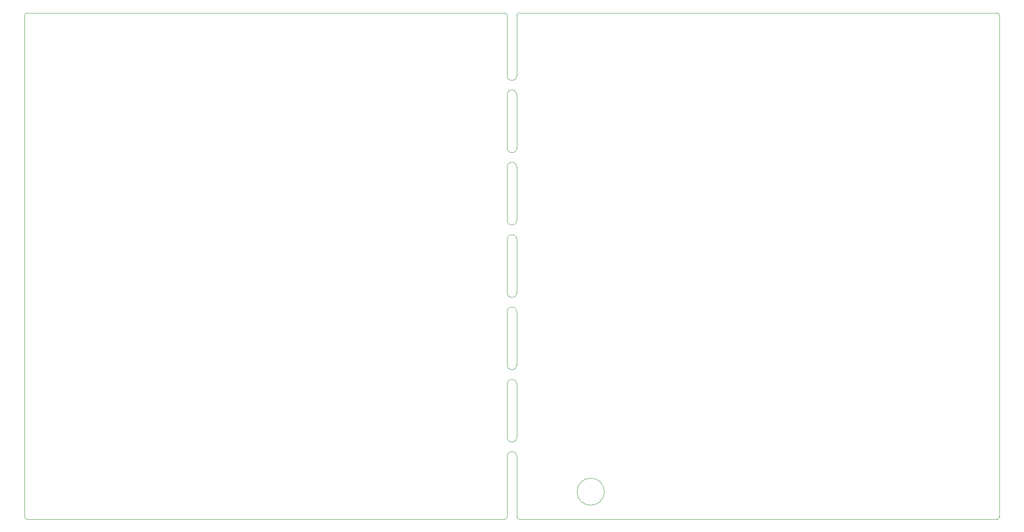
<source format=gm1>
%TF.GenerationSoftware,KiCad,Pcbnew,(6.0.6-0)*%
%TF.CreationDate,2022-10-16T09:48:13+01:00*%
%TF.ProjectId,magnum-drum-synth,6d61676e-756d-42d6-9472-756d2d73796e,r04*%
%TF.SameCoordinates,Original*%
%TF.FileFunction,Profile,NP*%
%FSLAX46Y46*%
G04 Gerber Fmt 4.6, Leading zero omitted, Abs format (unit mm)*
G04 Created by KiCad (PCBNEW (6.0.6-0)) date 2022-10-16 09:48:13*
%MOMM*%
%LPD*%
G01*
G04 APERTURE LIST*
%TA.AperFunction,Profile*%
%ADD10C,0.050000*%
%TD*%
G04 APERTURE END LIST*
D10*
X132000000Y-92000000D02*
X132000000Y-103000000D01*
X130000000Y-62000000D02*
X130000000Y-73000000D01*
X232000000Y-134500000D02*
X232000000Y-30500000D01*
X132000000Y-62000000D02*
X132000000Y-73000000D01*
X130000000Y-122000000D02*
X130000000Y-134500000D01*
X132000000Y-77000000D02*
X132000000Y-88000000D01*
X132000000Y-107000000D02*
X132000000Y-118000000D01*
X150114000Y-129286000D02*
G75*
G03*
X150114000Y-129286000I-2794000J0D01*
G01*
X132500000Y-135000000D02*
X231500000Y-135000000D01*
X30000000Y-134500000D02*
G75*
G03*
X30500000Y-135000000I500000J0D01*
G01*
X132000000Y-134500000D02*
G75*
G03*
X132500000Y-135000000I500000J0D01*
G01*
X132500000Y-30000000D02*
G75*
G03*
X132000000Y-30500000I0J-500000D01*
G01*
X130000000Y-92000000D02*
X130000000Y-103000000D01*
X30000000Y-30500000D02*
X30000000Y-134500000D01*
X30500000Y-135000000D02*
X129500000Y-135000000D01*
X132000000Y-122000000D02*
X132000000Y-134500000D01*
X231500000Y-30000000D02*
X132500000Y-30000000D01*
X132000000Y-30500000D02*
X132000000Y-43000000D01*
X130000000Y-43000000D02*
X130000000Y-30500000D01*
X232000000Y-30500000D02*
G75*
G03*
X231500000Y-30000000I-500000J0D01*
G01*
X132000000Y-47000000D02*
X132000000Y-58000000D01*
X130000000Y-47000000D02*
X130000000Y-58000000D01*
X130000000Y-107000000D02*
X130000000Y-118000000D01*
X130000000Y-77000000D02*
X130000000Y-88000000D01*
X129500000Y-135000000D02*
G75*
G03*
X130000000Y-134500000I0J500000D01*
G01*
X231500000Y-135000000D02*
G75*
G03*
X232000000Y-134500000I0J500000D01*
G01*
X30500000Y-30000000D02*
G75*
G03*
X30000000Y-30500000I0J-500000D01*
G01*
X129500000Y-30000000D02*
X30500000Y-30000000D01*
X130000000Y-30500000D02*
G75*
G03*
X129500000Y-30000000I-500000J0D01*
G01*
%TO.C,H3*%
X130000000Y-73000000D02*
G75*
G03*
X132000000Y-73000000I1000000J0D01*
G01*
X132000000Y-77000000D02*
G75*
G03*
X130000000Y-77000000I-1000000J0D01*
G01*
%TO.C,H6*%
X132000000Y-92000000D02*
G75*
G03*
X130000000Y-92000000I-1000000J0D01*
G01*
X130000000Y-88000000D02*
G75*
G03*
X132000000Y-88000000I1000000J0D01*
G01*
%TO.C,H5*%
X131999992Y-121999989D02*
G75*
G03*
X129999992Y-121999989I-1000000J0D01*
G01*
X129999992Y-117999989D02*
G75*
G03*
X131999992Y-117999989I1000000J0D01*
G01*
%TO.C,H4*%
X130000000Y-58000000D02*
G75*
G03*
X132000000Y-58000000I1000000J0D01*
G01*
X132000000Y-62000000D02*
G75*
G03*
X130000000Y-62000000I-1000000J0D01*
G01*
%TO.C,H1*%
X130000000Y-103000000D02*
G75*
G03*
X132000000Y-103000000I1000000J0D01*
G01*
X132000000Y-107000000D02*
G75*
G03*
X130000000Y-107000000I-1000000J0D01*
G01*
%TO.C,H2*%
X129999992Y-43000012D02*
G75*
G03*
X131999992Y-43000012I1000000J0D01*
G01*
X131999992Y-47000012D02*
G75*
G03*
X129999992Y-47000012I-1000000J0D01*
G01*
%TD*%
M02*

</source>
